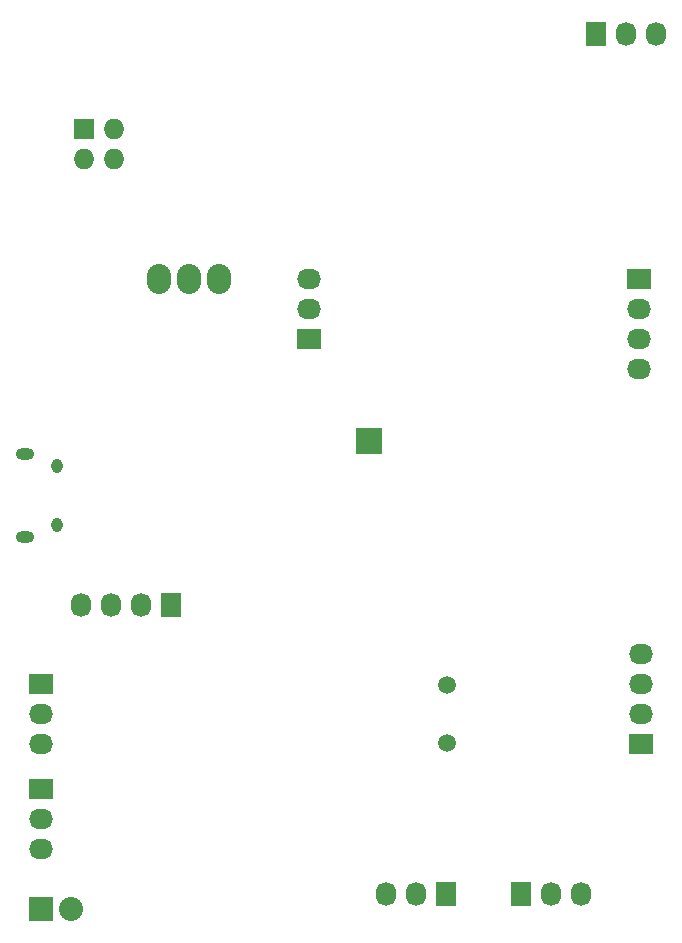
<source format=gbs>
G04 #@! TF.FileFunction,Soldermask,Bot*
%FSLAX46Y46*%
G04 Gerber Fmt 4.6, Leading zero omitted, Abs format (unit mm)*
G04 Created by KiCad (PCBNEW 0.201501102116+5363~20~ubuntu14.04.1-product) date Wed 21 Jan 2015 18:10:41 CET*
%MOMM*%
G01*
G04 APERTURE LIST*
%ADD10C,0.100000*%
%ADD11O,0.950000X1.250000*%
%ADD12O,1.550000X1.000000*%
%ADD13R,2.032000X1.727200*%
%ADD14O,2.032000X1.727200*%
%ADD15R,2.235200X2.235200*%
%ADD16R,1.727200X2.032000*%
%ADD17O,1.727200X2.032000*%
%ADD18R,1.727200X1.727200*%
%ADD19O,1.727200X1.727200*%
%ADD20R,2.032000X2.032000*%
%ADD21O,2.032000X2.032000*%
%ADD22O,2.032000X2.540000*%
%ADD23C,1.501140*%
G04 APERTURE END LIST*
D10*
D11*
X120215000Y-107727000D03*
X120215000Y-112727000D03*
D12*
X117515000Y-106727000D03*
X117515000Y-113727000D03*
D13*
X118810000Y-135010000D03*
D14*
X118810000Y-137550000D03*
X118810000Y-140090000D03*
D15*
X146582000Y-105600000D03*
D13*
X141502000Y-96964000D03*
D14*
X141502000Y-94424000D03*
X141502000Y-91884000D03*
D13*
X118810000Y-126120000D03*
D14*
X118810000Y-128660000D03*
X118810000Y-131200000D03*
D16*
X165800000Y-71129000D03*
D17*
X168340000Y-71129000D03*
X170880000Y-71129000D03*
D16*
X129810000Y-119500000D03*
D17*
X127270000Y-119500000D03*
X124730000Y-119500000D03*
X122190000Y-119500000D03*
D16*
X153100000Y-143900000D03*
D17*
X150560000Y-143900000D03*
X148020000Y-143900000D03*
D16*
X159450000Y-143900000D03*
D17*
X161990000Y-143900000D03*
X164530000Y-143900000D03*
D18*
X122452000Y-79184000D03*
D19*
X122452000Y-81724000D03*
X124992000Y-79184000D03*
X124992000Y-81724000D03*
D20*
X118810000Y-145170000D03*
D21*
X121350000Y-145170000D03*
D22*
X131342000Y-91884000D03*
X128802000Y-91884000D03*
X133882000Y-91884000D03*
D23*
X153242000Y-126273060D03*
X153242000Y-131154940D03*
D13*
X169483000Y-91830000D03*
D14*
X169483000Y-94370000D03*
X169483000Y-96910000D03*
X169483000Y-99450000D03*
D13*
X169610000Y-131200000D03*
D14*
X169610000Y-128660000D03*
X169610000Y-126120000D03*
X169610000Y-123580000D03*
M02*

</source>
